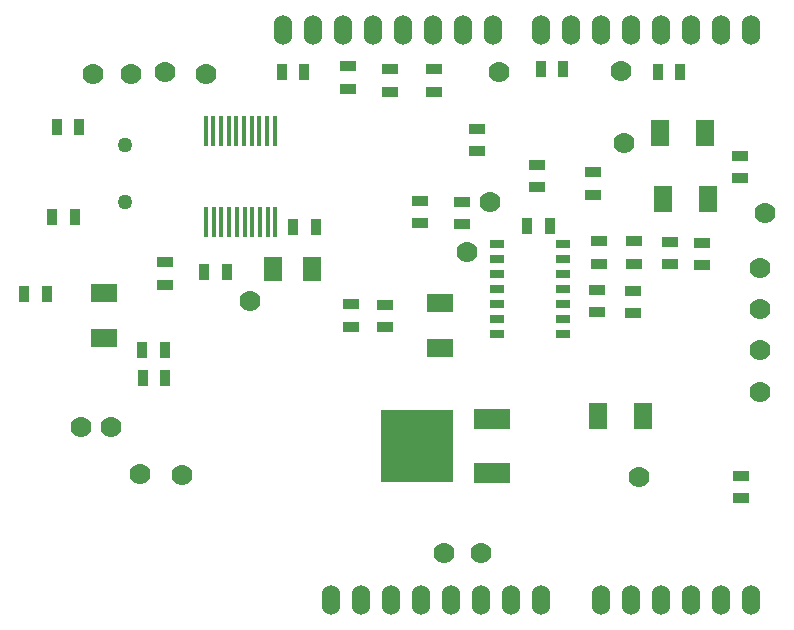
<source format=gts>
G04 (created by PCBNEW (2013-07-07 BZR 4022)-stable) date 9/23/2014 8:39:01 AM*
%MOIN*%
G04 Gerber Fmt 3.4, Leading zero omitted, Abs format*
%FSLAX34Y34*%
G01*
G70*
G90*
G04 APERTURE LIST*
%ADD10C,0.00590551*%
%ADD11R,0.06X0.08*%
%ADD12R,0.055X0.035*%
%ADD13R,0.035X0.055*%
%ADD14C,0.07*%
%ADD15R,0.011811X0.0984252*%
%ADD16C,0.05*%
%ADD17R,0.0866X0.063*%
%ADD18R,0.063X0.0866*%
%ADD19O,0.06X0.1*%
%ADD20R,0.05X0.025*%
%ADD21R,0.12X0.065*%
%ADD22R,0.24X0.24*%
G04 APERTURE END LIST*
G54D10*
G54D11*
X81810Y-48370D03*
X83110Y-48370D03*
G54D12*
X92660Y-48185D03*
X92660Y-47435D03*
G54D13*
X77455Y-52000D03*
X78205Y-52000D03*
G54D12*
X78210Y-48895D03*
X78210Y-48145D03*
G54D13*
X79505Y-48460D03*
X80255Y-48460D03*
X74445Y-46630D03*
X75195Y-46630D03*
X74595Y-43630D03*
X75345Y-43630D03*
X77445Y-51080D03*
X78195Y-51080D03*
G54D12*
X88590Y-44435D03*
X88590Y-43685D03*
G54D13*
X82485Y-46964D03*
X83235Y-46964D03*
G54D12*
X93790Y-49095D03*
X93790Y-49845D03*
X92620Y-49805D03*
X92620Y-49055D03*
X85550Y-49555D03*
X85550Y-50305D03*
X95030Y-48205D03*
X95030Y-47455D03*
X93840Y-48185D03*
X93840Y-47435D03*
X97370Y-44595D03*
X97370Y-45345D03*
X96090Y-47485D03*
X96090Y-48235D03*
X90600Y-44895D03*
X90600Y-45645D03*
X92460Y-45885D03*
X92460Y-45135D03*
X86720Y-46095D03*
X86720Y-46845D03*
G54D13*
X90275Y-46950D03*
X91025Y-46950D03*
G54D12*
X88100Y-46125D03*
X88100Y-46875D03*
X84390Y-49545D03*
X84390Y-50295D03*
G54D13*
X82845Y-41790D03*
X82095Y-41790D03*
X73510Y-49190D03*
X74260Y-49190D03*
G54D12*
X84290Y-41615D03*
X84290Y-42365D03*
X85720Y-41705D03*
X85720Y-42455D03*
X87160Y-41715D03*
X87160Y-42465D03*
X97420Y-56015D03*
X97420Y-55265D03*
G54D13*
X95375Y-41790D03*
X94625Y-41790D03*
X91475Y-41700D03*
X90725Y-41700D03*
G54D14*
X89340Y-41800D03*
X78210Y-41810D03*
X77060Y-41860D03*
X75810Y-41860D03*
X79560Y-41860D03*
X93390Y-41760D03*
X77370Y-55210D03*
X81030Y-49430D03*
X88750Y-57850D03*
X98200Y-46500D03*
X87500Y-57850D03*
X94010Y-55286D03*
X93500Y-44160D03*
X89030Y-46120D03*
X88270Y-47800D03*
X78770Y-55245D03*
G54D15*
X79575Y-46809D03*
X79831Y-46809D03*
X80087Y-46809D03*
X80343Y-46809D03*
X80599Y-46809D03*
X80855Y-46809D03*
X81111Y-46809D03*
X81366Y-46809D03*
X81622Y-46809D03*
X81878Y-46809D03*
X81859Y-43757D03*
X81603Y-43757D03*
X81347Y-43757D03*
X81091Y-43757D03*
X80835Y-43757D03*
X80579Y-43757D03*
X80323Y-43757D03*
X80067Y-43757D03*
X79811Y-43757D03*
X79555Y-43757D03*
G54D16*
X76876Y-46150D03*
X76876Y-44229D03*
G54D14*
X98038Y-52456D03*
X98038Y-51078D03*
X98038Y-49700D03*
X98038Y-48322D03*
X75400Y-53637D03*
X76407Y-53641D03*
G54D17*
X87370Y-50998D03*
X87370Y-49502D03*
G54D18*
X96288Y-46040D03*
X94792Y-46040D03*
X94712Y-43850D03*
X96208Y-43850D03*
G54D17*
X76185Y-50668D03*
X76185Y-49172D03*
G54D18*
X92652Y-53260D03*
X94148Y-53260D03*
G54D19*
X89150Y-40400D03*
X88150Y-40400D03*
X87150Y-40400D03*
X86150Y-40400D03*
X85150Y-40400D03*
X84150Y-40400D03*
X83150Y-40400D03*
X82150Y-40400D03*
X86750Y-59400D03*
X85750Y-59400D03*
X84750Y-59400D03*
X83750Y-59400D03*
X87750Y-59400D03*
X88750Y-59400D03*
X89750Y-59400D03*
X90750Y-59400D03*
X92750Y-59400D03*
X93750Y-59400D03*
X94750Y-59400D03*
X95750Y-59400D03*
X96750Y-59400D03*
X97750Y-59400D03*
X97750Y-40400D03*
X96750Y-40400D03*
X95750Y-40400D03*
X94750Y-40400D03*
X93750Y-40400D03*
X92750Y-40400D03*
X91750Y-40400D03*
X90750Y-40400D03*
G54D20*
X91480Y-50550D03*
X91480Y-50050D03*
X91480Y-49550D03*
X91480Y-49050D03*
X91480Y-48550D03*
X91480Y-48050D03*
X91480Y-47550D03*
X89280Y-47550D03*
X89280Y-48050D03*
X89280Y-48550D03*
X89280Y-49050D03*
X89280Y-49550D03*
X89280Y-50050D03*
X89280Y-50550D03*
G54D21*
X89100Y-55170D03*
G54D22*
X86600Y-54270D03*
G54D21*
X89100Y-53370D03*
M02*

</source>
